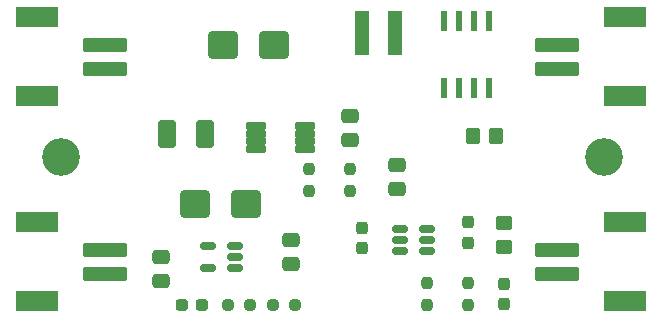
<source format=gbr>
%TF.GenerationSoftware,KiCad,Pcbnew,7.0.2*%
%TF.CreationDate,2023-12-10T20:37:23+01:00*%
%TF.ProjectId,Choinka_EE,43686f69-6e6b-4615-9f45-452e6b696361,rev?*%
%TF.SameCoordinates,Original*%
%TF.FileFunction,Soldermask,Top*%
%TF.FilePolarity,Negative*%
%FSLAX46Y46*%
G04 Gerber Fmt 4.6, Leading zero omitted, Abs format (unit mm)*
G04 Created by KiCad (PCBNEW 7.0.2) date 2023-12-10 20:37:23*
%MOMM*%
%LPD*%
G01*
G04 APERTURE LIST*
G04 Aperture macros list*
%AMRoundRect*
0 Rectangle with rounded corners*
0 $1 Rounding radius*
0 $2 $3 $4 $5 $6 $7 $8 $9 X,Y pos of 4 corners*
0 Add a 4 corners polygon primitive as box body*
4,1,4,$2,$3,$4,$5,$6,$7,$8,$9,$2,$3,0*
0 Add four circle primitives for the rounded corners*
1,1,$1+$1,$2,$3*
1,1,$1+$1,$4,$5*
1,1,$1+$1,$6,$7*
1,1,$1+$1,$8,$9*
0 Add four rect primitives between the rounded corners*
20,1,$1+$1,$2,$3,$4,$5,0*
20,1,$1+$1,$4,$5,$6,$7,0*
20,1,$1+$1,$6,$7,$8,$9,0*
20,1,$1+$1,$8,$9,$2,$3,0*%
G04 Aperture macros list end*
%ADD10C,3.200000*%
%ADD11RoundRect,0.250000X1.000000X0.900000X-1.000000X0.900000X-1.000000X-0.900000X1.000000X-0.900000X0*%
%ADD12RoundRect,0.250000X-0.475000X0.337500X-0.475000X-0.337500X0.475000X-0.337500X0.475000X0.337500X0*%
%ADD13RoundRect,0.237500X0.237500X-0.300000X0.237500X0.300000X-0.237500X0.300000X-0.237500X-0.300000X0*%
%ADD14RoundRect,0.250000X-0.350000X-0.450000X0.350000X-0.450000X0.350000X0.450000X-0.350000X0.450000X0*%
%ADD15RoundRect,0.102000X-1.750000X0.500000X-1.750000X-0.500000X1.750000X-0.500000X1.750000X0.500000X0*%
%ADD16RoundRect,0.102000X-1.700000X0.750000X-1.700000X-0.750000X1.700000X-0.750000X1.700000X0.750000X0*%
%ADD17RoundRect,0.150000X0.512500X0.150000X-0.512500X0.150000X-0.512500X-0.150000X0.512500X-0.150000X0*%
%ADD18RoundRect,0.160800X-0.691200X-0.186200X0.691200X-0.186200X0.691200X0.186200X-0.691200X0.186200X0*%
%ADD19RoundRect,0.160800X0.691200X0.186200X-0.691200X0.186200X-0.691200X-0.186200X0.691200X-0.186200X0*%
%ADD20RoundRect,0.237500X-0.237500X0.300000X-0.237500X-0.300000X0.237500X-0.300000X0.237500X0.300000X0*%
%ADD21RoundRect,0.237500X-0.237500X0.250000X-0.237500X-0.250000X0.237500X-0.250000X0.237500X0.250000X0*%
%ADD22RoundRect,0.250000X-0.450000X0.350000X-0.450000X-0.350000X0.450000X-0.350000X0.450000X0.350000X0*%
%ADD23R,0.533400X1.663700*%
%ADD24RoundRect,0.250001X0.499999X0.924999X-0.499999X0.924999X-0.499999X-0.924999X0.499999X-0.924999X0*%
%ADD25RoundRect,0.237500X0.237500X-0.250000X0.237500X0.250000X-0.237500X0.250000X-0.237500X-0.250000X0*%
%ADD26R,1.200000X3.700000*%
%ADD27RoundRect,0.237500X-0.250000X-0.237500X0.250000X-0.237500X0.250000X0.237500X-0.250000X0.237500X0*%
%ADD28RoundRect,0.102000X1.750000X-0.500000X1.750000X0.500000X-1.750000X0.500000X-1.750000X-0.500000X0*%
%ADD29RoundRect,0.102000X1.700000X-0.750000X1.700000X0.750000X-1.700000X0.750000X-1.700000X-0.750000X0*%
%ADD30RoundRect,0.237500X0.287500X0.237500X-0.287500X0.237500X-0.287500X-0.237500X0.287500X-0.237500X0*%
G04 APERTURE END LIST*
D10*
%TO.C,H3*%
X129500000Y-117000000D03*
%TD*%
%TO.C,H2*%
X83500000Y-117000000D03*
%TD*%
D11*
%TO.C,D4*%
X99200000Y-121000000D03*
X94900000Y-121000000D03*
%TD*%
%TO.C,D1*%
X101550000Y-107500000D03*
X97250000Y-107500000D03*
%TD*%
D12*
%TO.C,C2*%
X92000000Y-125425000D03*
X92000000Y-127500000D03*
%TD*%
D13*
%TO.C,D3*%
X121000000Y-129450000D03*
X121000000Y-127725000D03*
%TD*%
D14*
%TO.C,R5*%
X118400000Y-115200000D03*
X120400000Y-115200000D03*
%TD*%
D15*
%TO.C,P3*%
X125500000Y-109500000D03*
X125500000Y-107500000D03*
D16*
X131250000Y-111850000D03*
X131250000Y-105150000D03*
%TD*%
D17*
%TO.C,U1*%
X98275000Y-126400000D03*
X98275000Y-125450000D03*
X98275000Y-124500000D03*
X96000000Y-124500000D03*
X96000000Y-126400000D03*
%TD*%
D18*
%TO.C,U2*%
X100000000Y-114350000D03*
X100000000Y-115000000D03*
X100000000Y-115650000D03*
X100000000Y-116300000D03*
D19*
X104210000Y-116300000D03*
X104210000Y-115650000D03*
X104210000Y-115000000D03*
X104210000Y-114350000D03*
%TD*%
D20*
%TO.C,C4*%
X109000000Y-123000000D03*
X109000000Y-124725000D03*
%TD*%
D21*
%TO.C,R7*%
X118000000Y-127675000D03*
X118000000Y-129500000D03*
%TD*%
D22*
%TO.C,R8*%
X121000000Y-122562500D03*
X121000000Y-124562500D03*
%TD*%
D17*
%TO.C,U4*%
X114500000Y-124950000D03*
X114500000Y-124000000D03*
X114500000Y-123050000D03*
X112225000Y-123050000D03*
X112225000Y-124000000D03*
X112225000Y-124950000D03*
%TD*%
D23*
%TO.C,U3*%
X115960000Y-111151500D03*
X117230000Y-111151500D03*
X118500000Y-111151500D03*
X119770000Y-111151500D03*
X119770000Y-105500000D03*
X118500000Y-105500000D03*
X117230000Y-105500000D03*
X115960000Y-105500000D03*
%TD*%
D24*
%TO.C,C6*%
X95750000Y-115000000D03*
X92500000Y-115000000D03*
%TD*%
D25*
%TO.C,R3*%
X104500000Y-119825000D03*
X104500000Y-118000000D03*
%TD*%
D12*
%TO.C,C1*%
X103000000Y-124000000D03*
X103000000Y-126075000D03*
%TD*%
D26*
%TO.C,L1*%
X109000000Y-106500000D03*
X111800000Y-106500000D03*
%TD*%
D27*
%TO.C,R1*%
X97675000Y-129500000D03*
X99500000Y-129500000D03*
%TD*%
D28*
%TO.C,P1*%
X87250000Y-107500000D03*
X87250000Y-109500000D03*
D29*
X81500000Y-105150000D03*
X81500000Y-111850000D03*
%TD*%
D20*
%TO.C,C7*%
X118000000Y-122500000D03*
X118000000Y-124225000D03*
%TD*%
D30*
%TO.C,D2*%
X95500000Y-129500000D03*
X93750000Y-129500000D03*
%TD*%
D12*
%TO.C,C3*%
X108000000Y-113500000D03*
X108000000Y-115575000D03*
%TD*%
D21*
%TO.C,R6*%
X114500000Y-127675000D03*
X114500000Y-129500000D03*
%TD*%
D28*
%TO.C,P2*%
X87250000Y-124850000D03*
X87250000Y-126850000D03*
D29*
X81500000Y-122500000D03*
X81500000Y-129200000D03*
%TD*%
D27*
%TO.C,R2*%
X101500000Y-129500000D03*
X103325000Y-129500000D03*
%TD*%
D15*
%TO.C,P4*%
X125500000Y-126850000D03*
X125500000Y-124850000D03*
D16*
X131250000Y-129200000D03*
X131250000Y-122500000D03*
%TD*%
D12*
%TO.C,C5*%
X112000000Y-117645000D03*
X112000000Y-119720000D03*
%TD*%
D21*
%TO.C,R4*%
X108000000Y-118000000D03*
X108000000Y-119825000D03*
%TD*%
M02*

</source>
